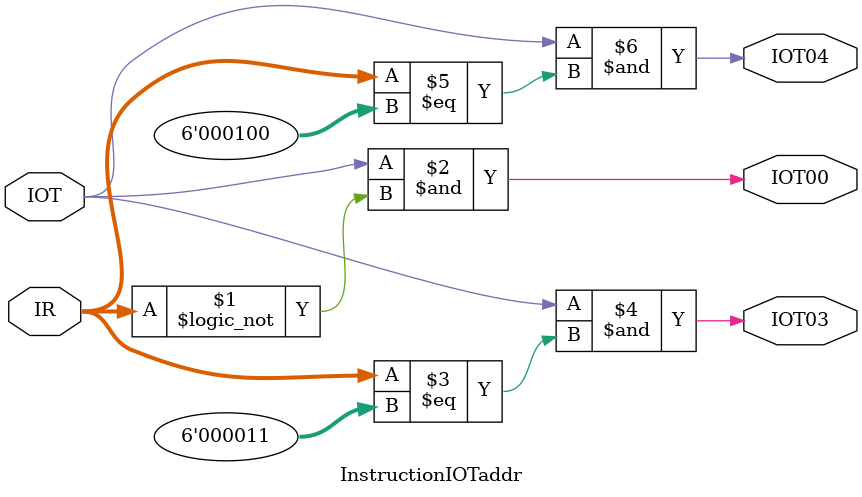
<source format=v>

`default_nettype none

module InstructionIOTaddr  (
  input [8:3] IR,
  input IOT,
  output IOT00,
  output IOT03,
  output IOT04
);

assign IOT00 = IOT & (IR==6'o00);
assign IOT03 = IOT & (IR==6'o03);
assign IOT04 = IOT & (IR==6'o04);

endmodule

</source>
